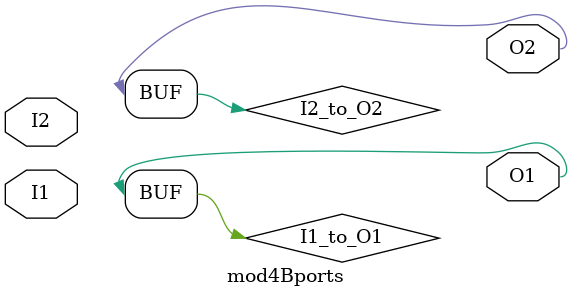
<source format=sv>
module mod4Bports (
  input logic       	I1,
  input logic       	I2,
  output logic       	O1,
  output logic       	O2
);


assign O1  = I1_to_O1;
assign O2  = I2_to_O2;

endmodule: mod4Bports
</source>
